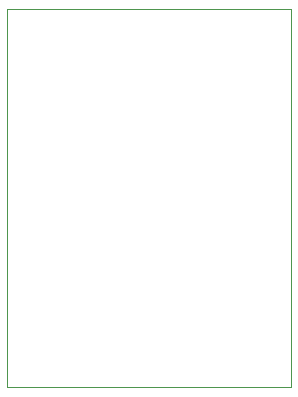
<source format=gm1>
G04 #@! TF.GenerationSoftware,KiCad,Pcbnew,8.0.9-8.0.9-0~ubuntu24.04.1*
G04 #@! TF.CreationDate,2025-11-30T04:41:48+00:00*
G04 #@! TF.ProjectId,repositorio,7265706f-7369-4746-9f72-696f2e6b6963,rev?*
G04 #@! TF.SameCoordinates,Original*
G04 #@! TF.FileFunction,Profile,NP*
%FSLAX46Y46*%
G04 Gerber Fmt 4.6, Leading zero omitted, Abs format (unit mm)*
G04 Created by KiCad (PCBNEW 8.0.9-8.0.9-0~ubuntu24.04.1) date 2025-11-30 04:41:48*
%MOMM*%
%LPD*%
G01*
G04 APERTURE LIST*
G04 #@! TA.AperFunction,Profile*
%ADD10C,0.050000*%
G04 #@! TD*
G04 APERTURE END LIST*
D10*
X0Y32000000D02*
X24000000Y32000000D01*
X24000000Y0D01*
X0Y0D01*
X0Y32000000D01*
M02*

</source>
